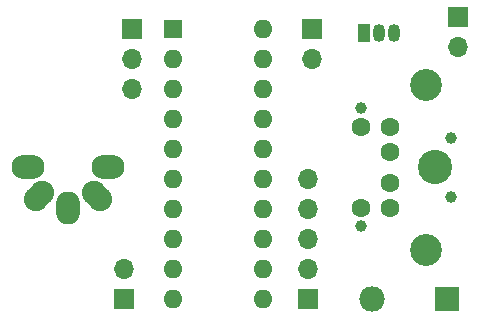
<source format=gbr>
%TF.GenerationSoftware,KiCad,Pcbnew,(6.0.0)*%
%TF.CreationDate,2022-10-20T13:45:11-04:00*%
%TF.ProjectId,TandyKey-B,54616e64-794b-4657-992d-422e6b696361,rev?*%
%TF.SameCoordinates,Original*%
%TF.FileFunction,Soldermask,Top*%
%TF.FilePolarity,Negative*%
%FSLAX46Y46*%
G04 Gerber Fmt 4.6, Leading zero omitted, Abs format (unit mm)*
G04 Created by KiCad (PCBNEW (6.0.0)) date 2022-10-20 13:45:11*
%MOMM*%
%LPD*%
G01*
G04 APERTURE LIST*
G04 Aperture macros list*
%AMHorizOval*
0 Thick line with rounded ends*
0 $1 width*
0 $2 $3 position (X,Y) of the first rounded end (center of the circle)*
0 $4 $5 position (X,Y) of the second rounded end (center of the circle)*
0 Add line between two ends*
20,1,$1,$2,$3,$4,$5,0*
0 Add two circle primitives to create the rounded ends*
1,1,$1,$2,$3*
1,1,$1,$4,$5*%
G04 Aperture macros list end*
%ADD10O,2.794000X2.032000*%
%ADD11O,2.032000X2.794000*%
%ADD12HorizOval,2.032000X-0.269408X0.269408X0.269408X-0.269408X0*%
%ADD13HorizOval,2.032000X-0.269408X-0.269408X0.269408X0.269408X0*%
%ADD14R,1.700000X1.700000*%
%ADD15O,1.700000X1.700000*%
%ADD16R,2.159000X2.159000*%
%ADD17O,2.159000X2.159000*%
%ADD18R,1.050000X1.500000*%
%ADD19O,1.050000X1.500000*%
%ADD20R,1.600000X1.600000*%
%ADD21O,1.600000X1.600000*%
%ADD22C,2.700000*%
%ADD23C,2.899999*%
%ADD24C,1.600000*%
%ADD25C,1.000000*%
G04 APERTURE END LIST*
D10*
%TO.C,J1*%
X116751100Y-96520000D03*
D11*
X113347500Y-99923600D03*
D10*
X109943900Y-96520000D03*
D12*
X115811300Y-98983800D03*
D13*
X110883700Y-98983800D03*
%TD*%
D14*
%TO.C,J5*%
X118745000Y-84787500D03*
D15*
X118745000Y-87327500D03*
X118745000Y-89867500D03*
%TD*%
D16*
%TO.C,SW1*%
X145465000Y-107632500D03*
D17*
X139065000Y-107632500D03*
%TD*%
D18*
%TO.C,U2*%
X138430000Y-85132500D03*
D19*
X139700000Y-85132500D03*
X140970000Y-85132500D03*
%TD*%
D20*
%TO.C,U1*%
X122247508Y-84777504D03*
D21*
X122247508Y-87317504D03*
X122247508Y-89857504D03*
X122247508Y-92397504D03*
X122247508Y-94937504D03*
X122247508Y-97477504D03*
X122247508Y-100017504D03*
X122247508Y-102557504D03*
X122247508Y-105097504D03*
X122247508Y-107637504D03*
X129867508Y-107637504D03*
X129867508Y-105097504D03*
X129867508Y-102557504D03*
X129867508Y-100017504D03*
X129867508Y-97477504D03*
X129867508Y-94937504D03*
X129867508Y-92397504D03*
X129867508Y-89857504D03*
X129867508Y-87317504D03*
X129867508Y-84777504D03*
%TD*%
D22*
%TO.C,J2*%
X143625000Y-103520001D03*
X143625000Y-89519999D03*
D23*
X144425000Y-96520000D03*
D24*
X140625000Y-95220000D03*
X140625000Y-97820000D03*
X140625000Y-93120000D03*
X140625000Y-99920000D03*
X138125000Y-93120000D03*
X138125000Y-99920000D03*
D25*
X145725000Y-94020000D03*
X145725000Y-99020000D03*
X138125000Y-91520000D03*
X138125000Y-101520000D03*
%TD*%
D14*
%TO.C,D1*%
X133985000Y-84772500D03*
D15*
X133985000Y-87312500D03*
%TD*%
D14*
%TO.C,J3*%
X133667500Y-107627500D03*
D15*
X133667500Y-105087500D03*
X133667500Y-102547500D03*
X133667500Y-100007500D03*
X133667500Y-97467500D03*
%TD*%
D14*
%TO.C,J4*%
X146367500Y-83820000D03*
D15*
X146367500Y-86360000D03*
%TD*%
D14*
%TO.C,D2*%
X118110000Y-107632500D03*
D15*
X118110000Y-105092500D03*
%TD*%
M02*

</source>
